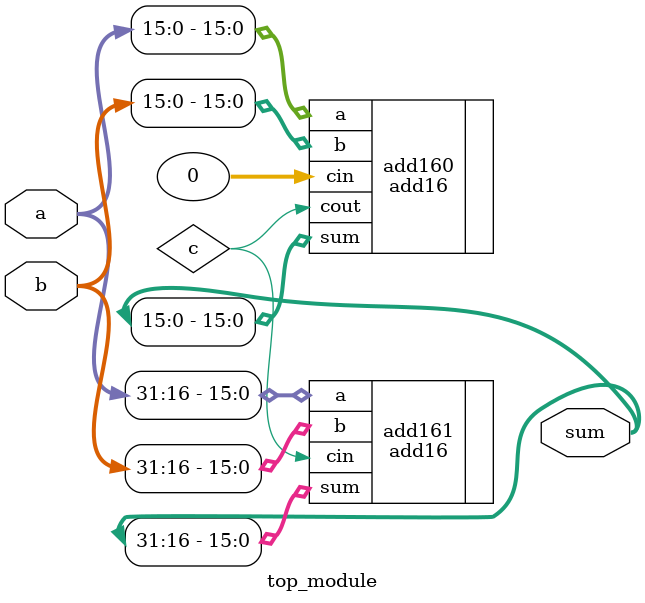
<source format=v>
module top_module (
	input [31:0] a,
	input [31:0] b,
	output [31:0] sum
);

	wire c;

	add16 add160(.a(a[15:0]), .b(b[15:0]), .cin(0), .sum(sum[15:0]), .cout(c));
	add16 add161(.a(a[31:16]), .b(b[31:16]), .cin(c), .sum(sum[31:16]));

endmodule

</source>
